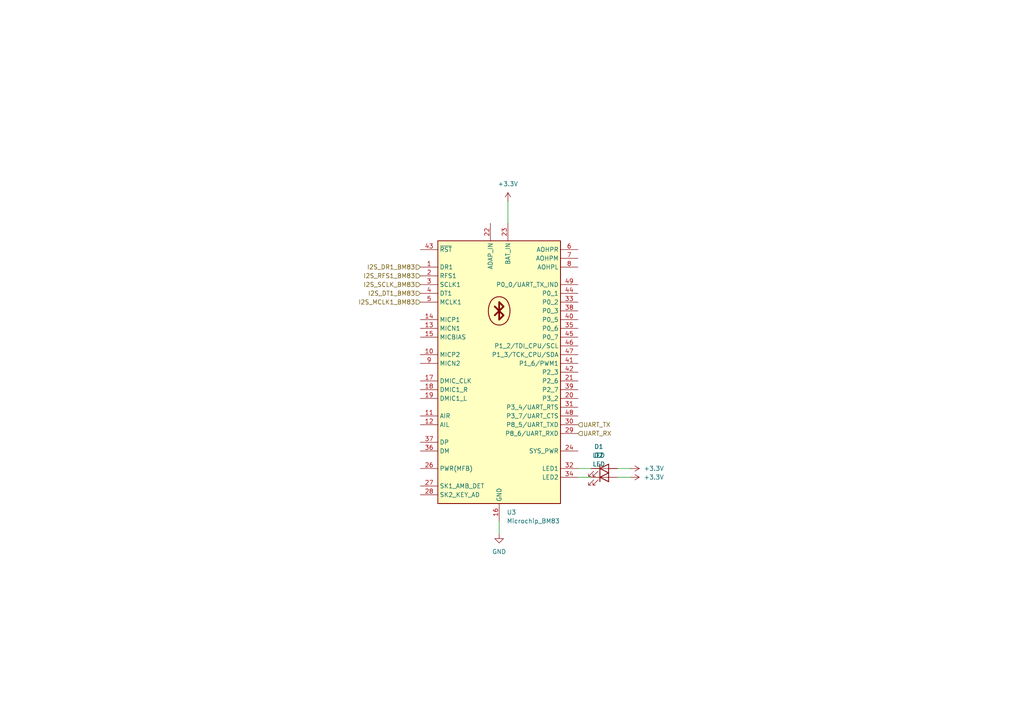
<source format=kicad_sch>
(kicad_sch (version 20231120) (generator "eeschema") (generator_version "8.0")
  (paper "A4")
  (lib_symbols
    (symbol "Device:LED" (pin_numbers hide) (pin_names (offset 1.016) hide)
      (property "Reference" "D" (at 0 2.54 0))
      (property "Value" "LED" (at 0 -2.54 0))
      (symbol "LED_0_1"
        (polyline (pts (xy -1.27 -1.27) (xy -1.27 1.27)) (stroke (width 0.254)))
        (polyline (pts (xy -1.27 0) (xy 1.27 0)))
        (polyline (pts (xy 1.27 -1.27) (xy 1.27 1.27) (xy -1.27 0) (xy 1.27 -1.27)) (stroke (width 0.254)))
        (polyline (pts (xy -3.048 -0.762) (xy -4.572 -2.286) (xy -3.81 -2.286) (xy -4.572 -2.286) (xy -4.572 -1.524)))
        (polyline (pts (xy -1.778 -0.762) (xy -3.302 -2.286) (xy -2.54 -2.286) (xy -3.302 -2.286) (xy -3.302 -1.524)))
      )
      (symbol "LED_1_1"
        (pin passive line (at -3.81 0 0) (length 2.54) (name "K") (number "1"))
        (pin passive line (at 3.81 0 180) (length 2.54) (name "A") (number "2"))
      )
    )
    (symbol "RF_Bluetooth:Microchip_BM83"
      (property "Reference" "U" (at -17.78 39.37 0))
      (property "Value" "Microchip_BM83" (at 5.08 -39.37 0))
      (symbol "Microchip_BM83_0_1"
        (rectangle (start -17.78 38.1) (end 17.78 -38.1) (stroke (width 0.254)) (fill (type background)))
        (arc (start -2.5399 15.24) (mid 0.0001 13.6702) (end 2.5401 15.24) (stroke (width 0.254)) (fill (type background)))
        (arc (start -2.5399 20.32) (mid -3.1395 17.78) (end -2.5399 15.24) (stroke (width 0.254)) (fill (type background)))
        (polyline (pts (xy 0.0001 17.78) (xy -1.2699 16.51)) (stroke (width 0.508)))
        (polyline (pts (xy 0.0001 17.78) (xy -1.2699 19.05)) (stroke (width 0.508)))
        (polyline (pts (xy 0.0001 20.32) (xy 1.2701 19.05) (xy 0.0001 17.78) (xy 1.2701 16.51) (xy 0.0001 15.24) (xy 0.0001 20.32)) (stroke (width 0.508)))
        (arc (start 2.5401 15.24) (mid 3.1397 17.78) (end 2.5401 20.32) (stroke (width 0.254)) (fill (type background)))
        (arc (start 2.5401 20.32) (mid 0.0001 21.8898) (end -2.5399 20.32) (stroke (width 0.254)) (fill (type background)))
      )
      (symbol "Microchip_BM83_1_1"
        (pin input line (at -22.86 30.48 0) (length 5.08) (name "DR1") (number "1"))
        (pin input line (at -22.86 5.08 0) (length 5.08) (name "MICP2") (number "10"))
        (pin input line (at -22.86 -12.7 0) (length 5.08) (name "AIR") (number "11"))
        (pin input line (at -22.86 -15.24 0) (length 5.08) (name "AIL") (number "12"))
        (pin input line (at -22.86 12.7 0) (length 5.08) (name "MICN1") (number "13"))
        (pin input line (at -22.86 15.24 0) (length 5.08) (name "MICP1") (number "14"))
        (pin passive line (at -22.86 10.16 0) (length 5.08) (name "MICBIAS") (number "15"))
        (pin power_in line (at 0 -43.18 90) (length 5.08) (name "GND") (number "16"))
        (pin output line (at -22.86 -2.54 0) (length 5.08) (name "DMIC_CLK") (number "17"))
        (pin output line (at -22.86 -5.08 0) (length 5.08) (name "DMIC1_R") (number "18"))
        (pin output line (at -22.86 -7.62 0) (length 5.08) (name "DMIC1_L") (number "19"))
        (pin bidirectional line (at -22.86 27.94 0) (length 5.08) (name "RFS1") (number "2"))
        (pin bidirectional line (at 22.86 -7.62 180) (length 5.08) (name "P3_2") (number "20"))
        (pin bidirectional line (at 22.86 -2.54 180) (length 5.08) (name "P2_6") (number "21"))
        (pin power_in line (at -2.54 43.18 270) (length 5.08) (name "ADAP_IN") (number "22"))
        (pin power_in line (at 2.54 43.18 270) (length 5.08) (name "BAT_IN") (number "23"))
        (pin power_out line (at 22.86 -22.86 180) (length 5.08) (name "SYS_PWR") (number "24"))
        (pin no_connect line (at 17.78 -33.02 180) (length 5.08) hide (name "VDD_IO") (number "25"))
        (pin input line (at -22.86 -27.94 0) (length 5.08) (name "PWR(MFB)") (number "26"))
        (pin input line (at -22.86 -33.02 0) (length 5.08) (name "SK1_AMB_DET") (number "27"))
        (pin input line (at -22.86 -35.56 0) (length 5.08) (name "SK2_KEY_AD") (number "28"))
        (pin bidirectional line (at 22.86 -17.78 180) (length 5.08) (name "P8_6/UART_RXD") (number "29"))
        (pin bidirectional line (at -22.86 25.4 0) (length 5.08) (name "SCLK1") (number "3"))
        (pin bidirectional line (at 22.86 -15.24 180) (length 5.08) (name "P8_5/UART_TXD") (number "30"))
        (pin bidirectional line (at 22.86 -10.16 180) (length 5.08) (name "P3_4/UART_RTS") (number "31"))
        (pin input line (at 22.86 -27.94 180) (length 5.08) (name "LED1") (number "32"))
        (pin bidirectional line (at 22.86 20.32 180) (length 5.08) (name "P0_2") (number "33"))
        (pin input line (at 22.86 -30.48 180) (length 5.08) (name "LED2") (number "34"))
        (pin bidirectional line (at 22.86 12.7 180) (length 5.08) (name "P0_6") (number "35"))
        (pin bidirectional line (at -22.86 -22.86 0) (length 5.08) (name "DM") (number "36"))
        (pin bidirectional line (at -22.86 -20.32 0) (length 5.08) (name "DP") (number "37"))
        (pin bidirectional line (at 22.86 17.78 180) (length 5.08) (name "P0_3") (number "38"))
        (pin bidirectional line (at 22.86 -5.08 180) (length 5.08) (name "P2_7") (number "39"))
        (pin output line (at -22.86 22.86 0) (length 5.08) (name "DT1") (number "4"))
        (pin bidirectional line (at 22.86 15.24 180) (length 5.08) (name "P0_5") (number "40"))
        (pin bidirectional line (at 22.86 2.54 180) (length 5.08) (name "P1_6/PWM1") (number "41"))
        (pin bidirectional line (at 22.86 0 180) (length 5.08) (name "P2_3") (number "42"))
        (pin input line (at -22.86 35.56 0) (length 5.08) (name "~{RST}") (number "43"))
        (pin bidirectional line (at 22.86 22.86 180) (length 5.08) (name "P0_1") (number "44"))
        (pin bidirectional line (at 22.86 10.16 180) (length 5.08) (name "P0_7") (number "45"))
        (pin bidirectional line (at 22.86 7.62 180) (length 5.08) (name "P1_2/TDI_CPU/SCL") (number "46"))
        (pin bidirectional line (at 22.86 5.08 180) (length 5.08) (name "P1_3/TCK_CPU/SDA") (number "47"))
        (pin bidirectional line (at 22.86 -12.7 180) (length 5.08) (name "P3_7/UART_CTS") (number "48"))
        (pin bidirectional line (at 22.86 25.4 180) (length 5.08) (name "P0_0/UART_TX_IND") (number "49"))
        (pin output line (at -22.86 20.32 0) (length 5.08) (name "MCLK1") (number "5"))
        (pin passive line (at 0 -43.18 90) (length 5.08) hide (name "GND") (number "50"))
        (pin passive line (at 0 -43.18 90) (length 5.08) hide (name "GND") (number "56"))
        (pin passive line (at 0 -43.18 90) (length 5.08) hide (name "GND") (number "57"))
        (pin output line (at 22.86 35.56 180) (length 5.08) (name "AOHPR") (number "6"))
        (pin output line (at 22.86 33.02 180) (length 5.08) (name "AOHPM") (number "7"))
        (pin output line (at 22.86 30.48 180) (length 5.08) (name "AOHPL") (number "8"))
        (pin input line (at -22.86 2.54 0) (length 5.08) (name "MICN2") (number "9"))
      )
    )
    (symbol "power:+3.3V" (power) (pin_numbers hide) (pin_names (offset 0) hide)
      (property "Value" "+3.3V" (at 0 3.556 0))
      (symbol "+3.3V_0_1"
        (polyline (pts (xy -0.762 1.27) (xy 0 2.54)))
        (polyline (pts (xy 0 0) (xy 0 2.54)))
        (polyline (pts (xy 0 2.54) (xy 0.762 1.27)))
      )
      (symbol "+3.3V_1_1"
        (pin power_in line (at 0 0 90) (length 0) (name "~") (number "1"))
      )
    )
    (symbol "power:GND" (power) (pin_numbers hide) (pin_names (offset 0) hide)
      (property "Value" "GND" (at 0 -3.81 0))
      (symbol "GND_0_1"
        (polyline (pts (xy 0 0) (xy 0 -1.27) (xy 1.27 -1.27) (xy 0 -2.54) (xy -1.27 -1.27) (xy 0 -1.27)))
      )
      (symbol "GND_1_1"
        (pin power_in line (at 0 0 270) (length 0) (name "~") (number "1"))
      )
    )
  )
  (wire (pts (xy 179.07 138.43) (xy 182.88 138.43)))
  (wire (pts (xy 179.07 135.89) (xy 182.88 135.89)))
  (wire (pts (xy 167.64 135.89) (xy 171.45 135.89)))
  (wire (pts (xy 167.64 138.43) (xy 171.45 138.43)))
  (wire (pts (xy 147.32 58.42) (xy 147.32 64.77)))
  (wire (pts (xy 144.78 151.13) (xy 144.78 154.94)))
  (hierarchical_label "I2S_SCLK_BM83" (shape input) (at 121.92 82.55 180))
  (hierarchical_label "I2S_DR1_BM83" (shape input) (at 121.92 77.47 180))
  (hierarchical_label "UART_RX" (shape input) (at 167.64 125.73 0))
  (hierarchical_label "I2S_MCLK1_BM83" (shape input) (at 121.92 87.63 180))
  (hierarchical_label "I2S_DT1_BM83" (shape input) (at 121.92 85.09 180))
  (hierarchical_label "UART_TX" (shape input) (at 167.64 123.19 0))
  (hierarchical_label "I2S_RFS1_BM83" (shape input) (at 121.92 80.01 180))
  (symbol (lib_id "power:GND") (at 144.78 154.94 0) (unit 1)
    (property "Reference" "#PWR025" (effects (hide yes)))
    (property "Value" "GND" (at 144.78 160.02 0))
    (property "Description" "Power symbol creates a global label with name \"GND\" , ground" (effects (hide yes)))
  )
  (symbol (lib_id "power:+3.3V") (at 182.88 135.89 270) (unit 1)
    (property "Reference" "#PWR026" (effects (hide yes)))
    (property "Value" "+3.3V" (at 186.69 135.8899 90) (effects (justify left)))
    (property "Description" "Power symbol creates a global label with name \"+3.3V\"" (effects (hide yes)))
  )
  (symbol (lib_id "Device:LED") (at 175.26 135.89 0) (unit 1)
    (property "Reference" "D1" (at 173.6725 129.54 0))
    (property "Value" "LED" (at 173.6725 132.08 0))
    (property "Description" "Light emitting diode" (effects (hide yes)))
  )
  (symbol (lib_id "RF_Bluetooth:Microchip_BM83") (at 144.78 107.95 0) (unit 1)
    (property "Reference" "U3" (at 146.9741 148.59 0) (effects (justify left)))
    (property "Value" "Microchip_BM83" (at 146.9741 151.13 0) (effects (justify left)))
    (property "Footprint" "RF_Module:Microchip_BM83" (effects (hide yes)))
    (property "Datasheet" "https://ww1.microchip.com/downloads/aemDocuments/documents/WSG/ProductDocuments/DataSheets/70005402E.pdf" (effects (hide yes)))
    (property "Description" "Microchip BM23 Bluetooth 5.0 Audio Stereo Module, dual-mode, Audio Profiles, 32x15mm" (effects (hide yes)))
  )
  (symbol (lib_id "Device:LED") (at 175.26 138.43 0) (unit 1)
    (property "Reference" "D2" (at 173.6725 132.08 0))
    (property "Value" "LED" (at 173.6725 134.62 0))
    (property "Description" "Light emitting diode" (effects (hide yes)))
  )
  (symbol (lib_id "power:+3.3V") (at 147.32 58.42 0) (unit 1)
    (property "Reference" "#PWR024" (effects (hide yes)))
    (property "Value" "+3.3V" (at 147.32 53.34 0))
    (property "Description" "Power symbol creates a global label with name \"+3.3V\"" (effects (hide yes)))
  )
  (symbol (lib_id "power:+3.3V") (at 182.88 138.43 270) (unit 1)
    (property "Reference" "#PWR027" (effects (hide yes)))
    (property "Value" "+3.3V" (at 186.69 138.4299 90) (effects (justify left)))
    (property "Description" "Power symbol creates a global label with name \"+3.3V\"" (effects (hide yes)))
  )
)
</source>
